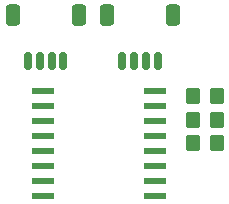
<source format=gbr>
%TF.GenerationSoftware,KiCad,Pcbnew,(6.0.7)*%
%TF.CreationDate,2022-09-27T22:03:24-05:00*%
%TF.ProjectId,TCA9534,54434139-3533-4342-9e6b-696361645f70,1.0*%
%TF.SameCoordinates,Original*%
%TF.FileFunction,Paste,Top*%
%TF.FilePolarity,Positive*%
%FSLAX46Y46*%
G04 Gerber Fmt 4.6, Leading zero omitted, Abs format (unit mm)*
G04 Created by KiCad (PCBNEW (6.0.7)) date 2022-09-27 22:03:24*
%MOMM*%
%LPD*%
G01*
G04 APERTURE LIST*
G04 Aperture macros list*
%AMRoundRect*
0 Rectangle with rounded corners*
0 $1 Rounding radius*
0 $2 $3 $4 $5 $6 $7 $8 $9 X,Y pos of 4 corners*
0 Add a 4 corners polygon primitive as box body*
4,1,4,$2,$3,$4,$5,$6,$7,$8,$9,$2,$3,0*
0 Add four circle primitives for the rounded corners*
1,1,$1+$1,$2,$3*
1,1,$1+$1,$4,$5*
1,1,$1+$1,$6,$7*
1,1,$1+$1,$8,$9*
0 Add four rect primitives between the rounded corners*
20,1,$1+$1,$2,$3,$4,$5,0*
20,1,$1+$1,$4,$5,$6,$7,0*
20,1,$1+$1,$6,$7,$8,$9,0*
20,1,$1+$1,$8,$9,$2,$3,0*%
G04 Aperture macros list end*
%ADD10R,1.879600X0.558800*%
%ADD11RoundRect,0.250000X0.350000X0.450000X-0.350000X0.450000X-0.350000X-0.450000X0.350000X-0.450000X0*%
%ADD12RoundRect,0.150000X0.150000X0.625000X-0.150000X0.625000X-0.150000X-0.625000X0.150000X-0.625000X0*%
%ADD13RoundRect,0.250000X0.350000X0.650000X-0.350000X0.650000X-0.350000X-0.650000X0.350000X-0.650000X0*%
G04 APERTURE END LIST*
D10*
%TO.C,U1*%
X166262900Y-81555000D03*
X166262900Y-82825000D03*
X166262900Y-84095000D03*
X166262900Y-85365000D03*
X166262900Y-86635000D03*
X166262900Y-87905000D03*
X166262900Y-89175000D03*
X166262900Y-90445000D03*
X175737100Y-90445000D03*
X175737100Y-89175000D03*
X175737100Y-87905000D03*
X175737100Y-86635000D03*
X175737100Y-85365000D03*
X175737100Y-84095000D03*
X175737100Y-82825000D03*
X175737100Y-81555000D03*
%TD*%
D11*
%TO.C,R3*%
X181000000Y-86000000D03*
X179000000Y-86000000D03*
%TD*%
%TO.C,R1*%
X181000000Y-84000000D03*
X179000000Y-84000000D03*
%TD*%
%TO.C,R2*%
X181000000Y-82000000D03*
X179000000Y-82000000D03*
%TD*%
D12*
%TO.C,J2*%
X176000000Y-79000000D03*
X175000000Y-79000000D03*
X174000000Y-79000000D03*
X173000000Y-79000000D03*
D13*
X171700000Y-75125000D03*
X177300000Y-75125000D03*
%TD*%
D12*
%TO.C,J1*%
X168000000Y-79000000D03*
X167000000Y-79000000D03*
X166000000Y-79000000D03*
X165000000Y-79000000D03*
D13*
X163700000Y-75125000D03*
X169300000Y-75125000D03*
%TD*%
M02*

</source>
